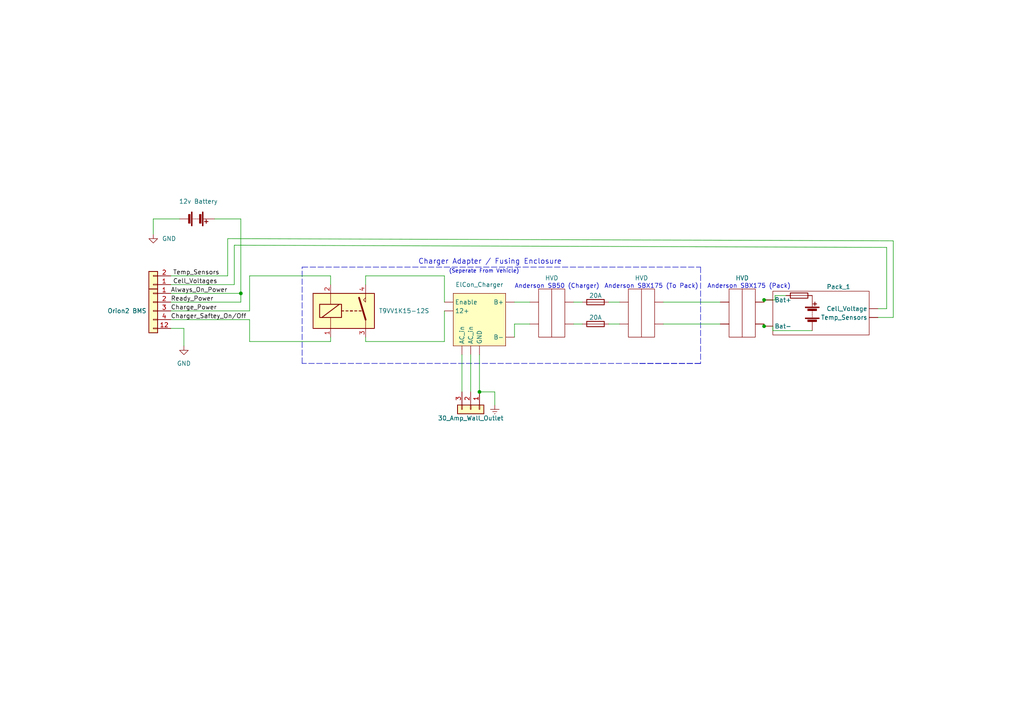
<source format=kicad_sch>
(kicad_sch (version 20211123) (generator eeschema)
  (paper "A4")
  (lib_symbols
    (symbol "AERO_Symbols:HVD"
      (property "Reference" "U" (at 0 0 0))
      (property "Value" "HVD" (at 0 0 0))
      (symbol "HVD_0_1"
        (polyline (pts (xy 0 7.62) (xy 0 -6.35)) (stroke (width 0.1524)))
        (rectangle (start 3.81 -6.35) (end -3.81 7.62) (stroke (width 0.1524)))
      )
      (symbol "HVD_1_1"
        (pin input line (at -6.35 -2.54 0) (length 2.54) (name "") (number ""))
        (pin input line (at -6.35 3.81 0) (length 2.54) (name "") (number ""))
        (pin input line (at 6.35 -2.54 180) (length 2.54) (name "") (number ""))
        (pin input line (at 6.35 3.81 180) (length 2.54) (name "") (number ""))
      )
    )
    (symbol "AERO_Symbols:Pack_1"
      (property "Value" "Pack_1" (at 18.415 8.89 0))
      (symbol "Pack_1_0_1"
        (rectangle (start -5.08 7.62) (end 22.86 -5.08))
      )
      (symbol "Pack_1_1_1"
        (pin input line (at -7.62 5.08 0) (length 2.54) (name "Bat+") (number ""))
        (pin input line (at -7.62 -2.54 0) (length 2.54) (name "Bat-") (number ""))
        (pin input line (at 25.4 2.54 180) (length 2.54) (name "Cell_Voltage") (number ""))
        (pin input line (at 25.4 0 180) (length 2.54) (name "Temp_Sensors") (number ""))
      )
    )
    (symbol "AERO_Symbols:T9VV1K15-12S" (pin_names (offset 1.016))
      (property "Reference" "K" (at 8.89 3.81 0))
      (property "Value" "T9VV1K15-12S" (at 8.89 1.27 0))
      (symbol "T9VV1K15-12S_0_0"
        (polyline (pts (xy 5.08 3.81) (xy 5.08 5.08)))
        (polyline (pts (xy 5.08 3.81) (xy 5.08 2.54) (xy 4.445 3.175) (xy 5.08 3.81)))
      )
      (symbol "T9VV1K15-12S_0_1"
        (rectangle (start -10.16 5.08) (end 7.62 -5.08) (stroke (width 0.254)) (fill (type background)))
        (rectangle (start -8.255 1.905) (end -1.905 -1.905) (stroke (width 0.254)))
        (polyline (pts (xy -7.62 -1.905) (xy -2.54 1.905)) (stroke (width 0.254)))
        (polyline (pts (xy -5.08 -5.08) (xy -5.08 -1.905)))
        (polyline (pts (xy -5.08 5.08) (xy -5.08 1.905)))
        (polyline (pts (xy -1.905 0) (xy -1.27 0)) (stroke (width 0.254)))
        (polyline (pts (xy -0.635 0) (xy 0 0)) (stroke (width 0.254)))
        (polyline (pts (xy 0.635 0) (xy 1.27 0)) (stroke (width 0.254)))
        (polyline (pts (xy 0.635 0) (xy 1.27 0)) (stroke (width 0.254)))
        (polyline (pts (xy 1.905 0) (xy 2.54 0)) (stroke (width 0.254)))
        (polyline (pts (xy 3.175 0) (xy 3.81 0)) (stroke (width 0.254)))
        (polyline (pts (xy 5.08 -2.54) (xy 3.175 3.81)) (stroke (width 0.508)))
        (polyline (pts (xy 5.08 -2.54) (xy 5.08 -5.08)))
      )
      (symbol "T9VV1K15-12S_1_1"
        (pin passive line (at -5.08 -7.62 90) (length 2.54) (name "~") (number "1"))
        (pin passive line (at -5.08 7.62 270) (length 2.54) (name "~") (number "2"))
        (pin passive line (at 5.08 -7.62 90) (length 2.54) (name "~") (number "3"))
        (pin passive line (at 5.08 7.62 270) (length 2.54) (name "~") (number "4"))
      )
    )
    (symbol "Connector_Generic:Conn_01x02" (pin_names (offset 1.016) hide)
      (property "Reference" "J" (at 0 2.54 0))
      (property "Value" "Conn_01x02" (at 0 -5.08 0))
      (symbol "Conn_01x02_1_1"
        (rectangle (start -1.27 -2.413) (end 0 -2.667) (stroke (width 0.1524)))
        (rectangle (start -1.27 0.127) (end 0 -0.127) (stroke (width 0.1524)))
        (rectangle (start -1.27 1.27) (end 1.27 -3.81) (stroke (width 0.254)) (fill (type background)))
        (pin passive line (at -5.08 0 0) (length 3.81) (name "Pin_1") (number "1"))
        (pin passive line (at -5.08 -2.54 0) (length 3.81) (name "Pin_2") (number "2"))
      )
    )
    (symbol "Connector_Generic:Conn_01x03" (pin_names (offset 1.016) hide)
      (property "Reference" "J" (at 0 5.08 0))
      (property "Value" "Conn_01x03" (at 0 -5.08 0))
      (symbol "Conn_01x03_1_1"
        (rectangle (start -1.27 -2.413) (end 0 -2.667) (stroke (width 0.1524)))
        (rectangle (start -1.27 0.127) (end 0 -0.127) (stroke (width 0.1524)))
        (rectangle (start -1.27 2.667) (end 0 2.413) (stroke (width 0.1524)))
        (rectangle (start -1.27 3.81) (end 1.27 -3.81) (stroke (width 0.254)) (fill (type background)))
        (pin passive line (at -5.08 2.54 0) (length 3.81) (name "Pin_1") (number "1"))
        (pin passive line (at -5.08 0 0) (length 3.81) (name "Pin_2") (number "2"))
        (pin passive line (at -5.08 -2.54 0) (length 3.81) (name "Pin_3") (number "3"))
      )
    )
    (symbol "Connector_Generic:Conn_01x05" (pin_names (offset 1.016) hide)
      (property "Value" "Orion2 BMS" (at 0 -3.81 90))
      (symbol "Conn_01x05_1_1"
        (rectangle (start -1.27 -4.953) (end 0 -5.207) (stroke (width 0.1524)))
        (rectangle (start -1.27 -2.413) (end 0 -2.667) (stroke (width 0.1524)))
        (rectangle (start -1.27 0.127) (end 0 -0.127) (stroke (width 0.1524)))
        (rectangle (start -1.27 2.667) (end 0 2.413) (stroke (width 0.1524)))
        (rectangle (start -1.27 5.207) (end 0 4.953) (stroke (width 0.1524)))
        (rectangle (start -1.27 6.35) (end 1.27 -6.35) (stroke (width 0.254)) (fill (type background)))
        (pin passive line (at -5.08 5.08 0) (length 3.81) (name "Pin_1") (number "1"))
        (pin passive line (at -5.08 -5.08 0) (length 3.81) (name "Pin_5") (number "12"))
        (pin passive line (at -5.08 2.54 0) (length 3.81) (name "Pin_2") (number "2"))
        (pin passive line (at -5.08 0 0) (length 3.81) (name "Pin_3") (number "3"))
        (pin passive line (at -5.08 -2.54 0) (length 3.81) (name "Pin_4") (number "4"))
      )
    )
    (symbol "Device:Battery" (pin_numbers hide) (pin_names (offset 0) hide)
      (property "Reference" "BT" (at 2.54 2.54 0))
      (property "Value" "Battery" (at 2.54 0 0))
      (symbol "Battery_0_1"
        (rectangle (start -2.032 -1.397) (end 2.032 -1.651) (fill (type outline)))
        (rectangle (start -2.032 1.778) (end 2.032 1.524) (fill (type outline)))
        (rectangle (start -1.3208 -1.9812) (end 1.27 -2.4892) (fill (type outline)))
        (rectangle (start -1.3208 1.1938) (end 1.27 0.6858) (fill (type outline)))
        (polyline (pts (xy 0 -1.524) (xy 0 -1.27)))
        (polyline (pts (xy 0 -1.016) (xy 0 -0.762)))
        (polyline (pts (xy 0 -0.508) (xy 0 -0.254)))
        (polyline (pts (xy 0 0) (xy 0 0.254)))
        (polyline (pts (xy 0 0.508) (xy 0 0.762)))
        (polyline (pts (xy 0 1.778) (xy 0 2.54)))
        (polyline (pts (xy 0.254 2.667) (xy 1.27 2.667)) (stroke (width 0.254)))
        (polyline (pts (xy 0.762 3.175) (xy 0.762 2.159)) (stroke (width 0.254)))
      )
      (symbol "Battery_1_1"
        (pin passive line (at 0 5.08 270) (length 2.54) (name "+") (number "1"))
        (pin passive line (at 0 -5.08 90) (length 2.54) (name "-") (number "2"))
      )
    )
    (symbol "Device:Fuse" (pin_numbers hide) (pin_names (offset 0))
      (property "Reference" "F" (at 2.032 0 90))
      (property "Value" "Fuse" (at -1.905 0 90))
      (symbol "Fuse_0_1"
        (rectangle (start -0.762 -2.54) (end 0.762 2.54) (stroke (width 0.254)))
        (polyline (pts (xy 0 2.54) (xy 0 -2.54)))
      )
      (symbol "Fuse_1_1"
        (pin passive line (at 0 3.81 270) (length 1.27) (name "~") (number "1"))
        (pin passive line (at 0 -3.81 90) (length 1.27) (name "~") (number "2"))
      )
    )
    (symbol "ElCon_Charger_1"
      (property "Value" "ElCon_Charger" (at 0 10.16 0))
      (symbol "ElCon_Charger_1_0_1"
        (rectangle (start -7.62 7.62) (end 7.62 -7.62) (fill (type background)))
      )
      (symbol "ElCon_Charger_1_1_1"
        (pin power_out line (at -10.16 2.54 0) (length 2.54) (name "12+") (number ""))
        (pin power_in line (at -5.08 -10.16 90) (length 2.54) (name "AC_in") (number ""))
        (pin power_in line (at -2.54 -10.16 90) (length 2.54) (name "AC_in") (number ""))
        (pin power_out line (at 10.16 5.08 180) (length 2.54) (name "B+") (number ""))
        (pin power_out line (at 10.16 -5.08 180) (length 2.54) (name "B-") (number ""))
        (pin input line (at -10.16 5.08 0) (length 2.54) (name "Enable") (number ""))
        (pin input line (at 0 -10.16 90) (length 2.54) (name "GND") (number ""))
      )
    )
    (symbol "power:Earth" (power) (pin_names (offset 0))
      (symbol "Earth_0_1"
        (polyline (pts (xy -0.635 -1.905) (xy 0.635 -1.905)))
        (polyline (pts (xy -0.127 -2.54) (xy 0.127 -2.54)))
        (polyline (pts (xy 0 -1.27) (xy 0 0)))
        (polyline (pts (xy 1.27 -1.27) (xy -1.27 -1.27)))
      )
      (symbol "Earth_1_1"
        (pin power_in line (at 0 0 270) (length 0) hide (name "Earth") (number "1"))
      )
    )
    (symbol "power:GND" (power) (pin_names (offset 0))
      (property "Value" "GND" (at 0 -3.81 0))
      (symbol "GND_0_1"
        (polyline (pts (xy 0 0) (xy 0 -1.27) (xy 1.27 -1.27) (xy 0 -2.54) (xy -1.27 -1.27) (xy 0 -1.27)))
      )
      (symbol "GND_1_1"
        (pin power_in line (at 0 0 270) (length 0) hide (name "GND") (number "1"))
      )
    )
  )
  (junction (at 221.615 94.615))
  (junction (at 69.85 85.09))
  (junction (at 221.615 86.995))
  (junction (at 139.065 113.665))
  (wire (pts (xy 106.045 80.01) (xy 106.045 82.55)))
  (wire (pts (xy 224.155 95.885) (xy 224.155 94.615)))
  (wire (pts (xy 44.45 63.5) (xy 52.07 63.5)))
  (wire (pts (xy 221.615 93.98) (xy 221.615 94.615)))
  (wire (pts (xy 69.85 63.5) (xy 62.23 63.5)))
  (wire (pts (xy 44.45 67.945) (xy 44.45 63.5)))
  (wire (pts (xy 257.175 89.535) (xy 257.175 71.755)))
  (wire (pts (xy 235.585 95.885) (xy 224.155 95.885)))
  (wire (pts (xy 149.225 93.98) (xy 153.67 93.98)))
  (wire (pts (xy 166.37 93.98) (xy 168.91 93.98)))
  (wire (pts (xy 72.39 90.17) (xy 72.39 80.01)))
  (wire (pts (xy 49.53 90.17) (xy 72.39 90.17)))
  (wire (pts (xy 179.705 87.63) (xy 176.53 87.63)))
  (wire (pts (xy 227.965 85.725) (xy 224.79 85.725)))
  (wire (pts (xy 49.53 85.09) (xy 69.85 85.09)))
  (polyline (pts (xy 87.63 105.41) (xy 87.63 77.47)))
  (wire (pts (xy 192.405 87.63) (xy 208.915 87.63)))
  (wire (pts (xy 95.885 99.06) (xy 95.885 97.79)))
  (wire (pts (xy 149.225 93.98) (xy 149.225 97.79)))
  (wire (pts (xy 66.04 69.215) (xy 66.04 80.01)))
  (wire (pts (xy 221.615 94.615) (xy 224.155 94.615)))
  (wire (pts (xy 128.905 80.01) (xy 128.905 87.63)))
  (polyline (pts (xy 87.63 77.47) (xy 203.2 77.47)))
  (wire (pts (xy 259.08 69.85) (xy 66.04 69.215)))
  (wire (pts (xy 179.705 93.98) (xy 176.53 93.98)))
  (wire (pts (xy 221.615 86.995) (xy 224.79 86.995)))
  (wire (pts (xy 139.065 102.87) (xy 139.065 113.665)))
  (wire (pts (xy 69.85 87.63) (xy 69.85 85.09)))
  (wire (pts (xy 192.405 93.98) (xy 208.915 93.98)))
  (polyline (pts (xy 203.2 105.41) (xy 87.63 105.41)))
  (wire (pts (xy 49.53 92.71) (xy 72.39 92.71)))
  (wire (pts (xy 95.885 80.01) (xy 95.885 82.55)))
  (wire (pts (xy 128.905 90.17) (xy 128.905 99.06)))
  (wire (pts (xy 72.39 80.01) (xy 95.885 80.01)))
  (wire (pts (xy 69.85 63.5) (xy 69.85 85.09)))
  (wire (pts (xy 106.045 99.06) (xy 106.045 97.79)))
  (wire (pts (xy 254.635 92.075) (xy 259.08 92.075)))
  (polyline (pts (xy 203.2 105.41) (xy 184.785 105.41)))
  (wire (pts (xy 136.525 102.87) (xy 136.525 113.665)))
  (wire (pts (xy 257.175 71.755) (xy 67.945 71.12)))
  (wire (pts (xy 166.37 87.63) (xy 168.91 87.63)))
  (wire (pts (xy 143.51 117.475) (xy 143.51 113.665)))
  (polyline (pts (xy 203.2 77.47) (xy 203.2 105.41)))
  (wire (pts (xy 49.53 82.55) (xy 67.945 82.55)))
  (wire (pts (xy 72.39 99.06) (xy 95.885 99.06)))
  (wire (pts (xy 224.79 85.725) (xy 224.79 86.995)))
  (wire (pts (xy 149.225 87.63) (xy 153.67 87.63)))
  (wire (pts (xy 254.635 89.535) (xy 257.175 89.535)))
  (wire (pts (xy 106.045 80.01) (xy 128.905 80.01)))
  (wire (pts (xy 133.985 102.87) (xy 133.985 113.665)))
  (wire (pts (xy 53.34 100.33) (xy 53.34 95.25)))
  (wire (pts (xy 49.53 95.25) (xy 53.34 95.25)))
  (wire (pts (xy 72.39 92.71) (xy 72.39 99.06)))
  (wire (pts (xy 128.905 99.06) (xy 106.045 99.06)))
  (wire (pts (xy 66.04 80.01) (xy 49.53 80.01)))
  (wire (pts (xy 221.615 86.995) (xy 221.615 87.63)))
  (wire (pts (xy 67.945 82.55) (xy 67.945 71.12)))
  (wire (pts (xy 49.53 87.63) (xy 69.85 87.63)))
  (wire (pts (xy 143.51 113.665) (xy 139.065 113.665)))
  (wire (pts (xy 259.08 92.075) (xy 259.08 69.85)))
  (text "Charger Adapter / Fusing Enclosure\n" (at 121.285 76.835 0) (effects (font (size 1.5 1.5)) (justify left bottom)))
  (text "Anderson SBX175 (Pack)" (at 205.105 83.82 0) (effects (font (size 1.27 1.27)) (justify left bottom)))
  (text "Anderson SBX175 (To Pack)" (at 175.26 83.82 0) (effects (font (size 1.27 1.27)) (justify left bottom)))
  (text "Anderson SB50 (Charger)" (at 149.225 83.82 0) (effects (font (size 1.27 1.27)) (justify left bottom)))
  (text "(Seperate From Vehicle)" (at 130.175 79.375 0) (effects (font (size 1.1 1.1)) (justify left bottom)))
  (label "Charge_Power" (at 49.53 90.17 0))
  (label "Cell_Voltages" (at 50.165 82.55 0))
  (label "Always_On_Power" (at 49.53 85.09 0))
  (label "Ready_Power" (at 49.53 87.63 0))
  (label "Temp_Sensors" (at 50.165 80.01 0))
  (label "Charger_Saftey_On{slash}Off" (at 49.53 92.71 0))
  (symbol (lib_id "Connector_Generic:Conn_01x03") (at 136.525 118.745 270) (unit 1)
    (property "Reference" "J?" (effects hide))
    (property "Value" "30_Amp_Wall_Outlet" (at 127 121.285 90) (effects (justify left)))
  )
  (symbol (lib_id "power:Earth") (at 143.51 117.475 0) (unit 1)
    (property "Reference" "#PWR?" (effects hide))
    (property "Value" "Earth" (effects hide))
  )
  (symbol (lib_id "power:GND") (at 44.45 67.945 0) (unit 1)
    (property "Reference" "#PWR?" (effects hide))
    (property "Value" "GND" (at 46.99 69.2149 0) (effects (justify left)))
  )
  (symbol (lib_id "Device:Battery") (at 57.15 63.5 270) (unit 1)
    (property "Reference" "BT?" (effects hide))
    (property "Value" "12v Battery" (at 57.531 58.42 90))
  )
  (symbol (lib_id "AERO_Symbols:Pack_1") (at 229.235 92.075 0) (unit 1)
    (property "Reference" "U?" (effects hide))
    (property "Value" "Pack_1" (at 243.205 83.185 0))
  )
  (symbol (lib_id "Device:Fuse") (at 172.72 87.63 90) (unit 1)
    (property "Reference" "F?" (effects hide))
    (property "Value" "20A" (at 172.72 85.725 90))
  )
  (symbol (lib_id "Connector_Generic:Conn_01x05") (at 44.45 90.17 0) (mirror y) (unit 1)
    (property "Reference" "J?" (effects hide))
    (property "Value" "Orion2 BMS" (at 36.83 90.17 0))
  )
  (symbol (lib_id "AERO_Symbols:HVD") (at 215.265 91.44 0) (unit 1)
    (property "Reference" "U?" (effects hide))
    (property "Value" "HVD" (at 215.265 80.645 0))
  )
  (symbol (lib_id "AERO_Symbols:HVD") (at 160.02 91.44 0) (unit 1)
    (property "Reference" "U?" (effects hide))
    (property "Value" "HVD" (at 160.02 80.645 0))
  )
  (symbol (lib_id "Device:Fuse") (at 172.72 93.98 90) (unit 1)
    (property "Reference" "F?" (effects hide))
    (property "Value" "20A" (at 172.72 92.075 90))
  )
  (symbol (lib_id "Device:Fuse") (at 231.775 85.725 90) (unit 1)
    (property "Reference" "F?" (effects hide))
    (property "Value" " " (at 231.775 83.82 90))
  )
  (symbol (lib_id "AERO_Symbols:T9VV1K15-12S") (at 100.965 90.17 0) (unit 1)
    (property "Reference" "K?" (effects hide))
    (property "Value" "T9VV1K15-12S" (at 109.855 90.1699 0) (effects (justify left)))
    (property "Footprint" "AERO-footprints:RELAY_T9VV1K15-12S" (effects hide))
    (property "Datasheet" "https://www.te.com/commerce/DocumentDelivery/DDEController?Action=srchrtrv&DocNm=Power_PCB_Relay_T9V_Solar&DocType=DS&DocLang=English" (effects hide))
  )
  (symbol (lib_id "Connector_Generic:Conn_01x02") (at 44.45 82.55 180) (unit 1)
    (property "Reference" "J?" (effects hide))
    (property "Value" "Conn_01x02" (effects hide))
  )
  (symbol (lib_name "ElCon_Charger_1") (lib_id "AERO_Symbols:ElCon_Charger") (at 139.065 92.71 0) (unit 1)
    (property "Reference" "U?" (effects hide))
    (property "Value" "ElCon_Charger" (at 139.065 82.55 0))
  )
  (symbol (lib_id "power:GND") (at 53.34 100.33 0) (unit 1)
    (property "Reference" "#PWR?" (effects hide))
    (property "Value" "GND" (at 53.34 105.41 0))
  )
  (symbol (lib_id "Device:Battery") (at 235.585 90.805 0) (unit 1)
    (property "Reference" "BT?" (effects hide))
    (property "Value" "Battery" (effects hide))
  )
  (symbol (lib_id "AERO_Symbols:HVD") (at 186.055 91.44 0) (unit 1)
    (property "Reference" "U?" (effects hide))
    (property "Value" "HVD" (at 186.055 80.645 0))
  )
)
</source>
